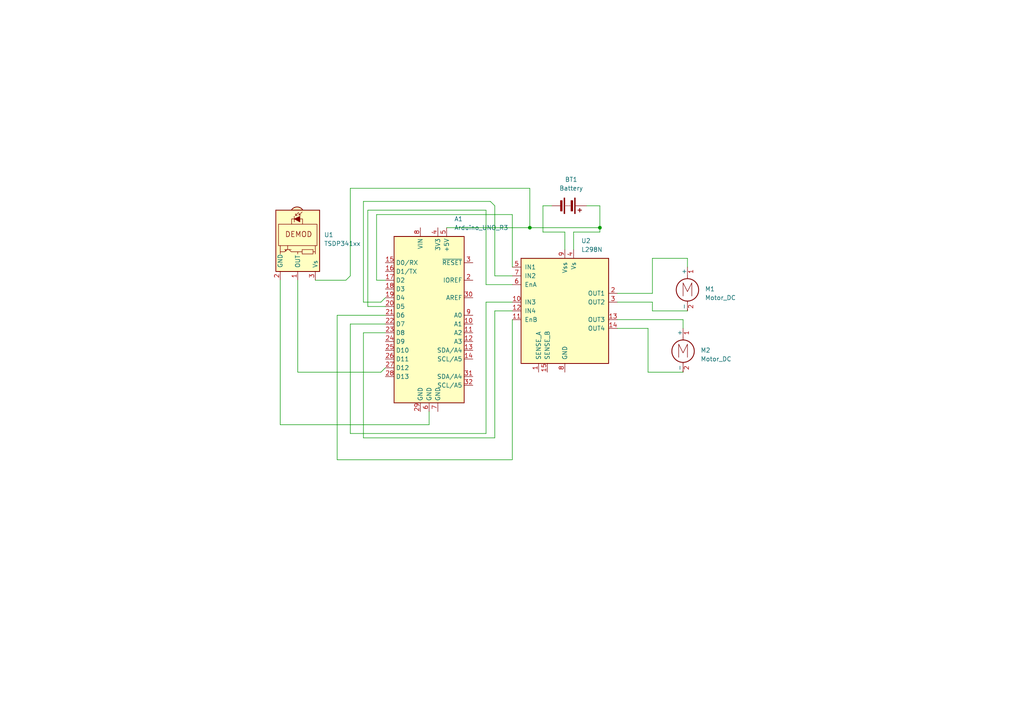
<source format=kicad_sch>
(kicad_sch
	(version 20231120)
	(generator "eeschema")
	(generator_version "8.0")
	(uuid "961c1024-bbbc-4ce5-8981-b411bb9bfe33")
	(paper "A4")
	(lib_symbols
		(symbol "Device:Battery"
			(pin_numbers hide)
			(pin_names
				(offset 0) hide)
			(exclude_from_sim no)
			(in_bom yes)
			(on_board yes)
			(property "Reference" "BT"
				(at 2.54 2.54 0)
				(effects
					(font
						(size 1.27 1.27)
					)
					(justify left)
				)
			)
			(property "Value" "Battery"
				(at 2.54 0 0)
				(effects
					(font
						(size 1.27 1.27)
					)
					(justify left)
				)
			)
			(property "Footprint" ""
				(at 0 1.524 90)
				(effects
					(font
						(size 1.27 1.27)
					)
					(hide yes)
				)
			)
			(property "Datasheet" "~"
				(at 0 1.524 90)
				(effects
					(font
						(size 1.27 1.27)
					)
					(hide yes)
				)
			)
			(property "Description" "Multiple-cell battery"
				(at 0 0 0)
				(effects
					(font
						(size 1.27 1.27)
					)
					(hide yes)
				)
			)
			(property "ki_keywords" "batt voltage-source cell"
				(at 0 0 0)
				(effects
					(font
						(size 1.27 1.27)
					)
					(hide yes)
				)
			)
			(symbol "Battery_0_1"
				(rectangle
					(start -2.286 -1.27)
					(end 2.286 -1.524)
					(stroke
						(width 0)
						(type default)
					)
					(fill
						(type outline)
					)
				)
				(rectangle
					(start -2.286 1.778)
					(end 2.286 1.524)
					(stroke
						(width 0)
						(type default)
					)
					(fill
						(type outline)
					)
				)
				(rectangle
					(start -1.524 -2.032)
					(end 1.524 -2.54)
					(stroke
						(width 0)
						(type default)
					)
					(fill
						(type outline)
					)
				)
				(rectangle
					(start -1.524 1.016)
					(end 1.524 0.508)
					(stroke
						(width 0)
						(type default)
					)
					(fill
						(type outline)
					)
				)
				(polyline
					(pts
						(xy 0 -1.016) (xy 0 -0.762)
					)
					(stroke
						(width 0)
						(type default)
					)
					(fill
						(type none)
					)
				)
				(polyline
					(pts
						(xy 0 -0.508) (xy 0 -0.254)
					)
					(stroke
						(width 0)
						(type default)
					)
					(fill
						(type none)
					)
				)
				(polyline
					(pts
						(xy 0 0) (xy 0 0.254)
					)
					(stroke
						(width 0)
						(type default)
					)
					(fill
						(type none)
					)
				)
				(polyline
					(pts
						(xy 0 1.778) (xy 0 2.54)
					)
					(stroke
						(width 0)
						(type default)
					)
					(fill
						(type none)
					)
				)
				(polyline
					(pts
						(xy 0.762 3.048) (xy 1.778 3.048)
					)
					(stroke
						(width 0.254)
						(type default)
					)
					(fill
						(type none)
					)
				)
				(polyline
					(pts
						(xy 1.27 3.556) (xy 1.27 2.54)
					)
					(stroke
						(width 0.254)
						(type default)
					)
					(fill
						(type none)
					)
				)
			)
			(symbol "Battery_1_1"
				(pin passive line
					(at 0 5.08 270)
					(length 2.54)
					(name "+"
						(effects
							(font
								(size 1.27 1.27)
							)
						)
					)
					(number "1"
						(effects
							(font
								(size 1.27 1.27)
							)
						)
					)
				)
				(pin passive line
					(at 0 -5.08 90)
					(length 2.54)
					(name "-"
						(effects
							(font
								(size 1.27 1.27)
							)
						)
					)
					(number "2"
						(effects
							(font
								(size 1.27 1.27)
							)
						)
					)
				)
			)
		)
		(symbol "Driver_Motor:L298N"
			(pin_names
				(offset 1.016)
			)
			(exclude_from_sim no)
			(in_bom yes)
			(on_board yes)
			(property "Reference" "U"
				(at -10.16 16.51 0)
				(effects
					(font
						(size 1.27 1.27)
					)
					(justify right)
				)
			)
			(property "Value" "L298N"
				(at 12.7 16.51 0)
				(effects
					(font
						(size 1.27 1.27)
					)
					(justify right)
				)
			)
			(property "Footprint" "Package_TO_SOT_THT:TO-220-15_P2.54x2.54mm_StaggerOdd_Lead4.58mm_Vertical"
				(at 1.27 -16.51 0)
				(effects
					(font
						(size 1.27 1.27)
					)
					(justify left)
					(hide yes)
				)
			)
			(property "Datasheet" "http://www.st.com/st-web-ui/static/active/en/resource/technical/document/datasheet/CD00000240.pdf"
				(at 3.81 6.35 0)
				(effects
					(font
						(size 1.27 1.27)
					)
					(hide yes)
				)
			)
			(property "Description" "Dual full bridge motor driver, up to 46V, 4A, Multiwatt15-V"
				(at 0 0 0)
				(effects
					(font
						(size 1.27 1.27)
					)
					(hide yes)
				)
			)
			(property "ki_keywords" "H-bridge motor driver"
				(at 0 0 0)
				(effects
					(font
						(size 1.27 1.27)
					)
					(hide yes)
				)
			)
			(property "ki_fp_filters" "TO?220*StaggerOdd*Vertical*"
				(at 0 0 0)
				(effects
					(font
						(size 1.27 1.27)
					)
					(hide yes)
				)
			)
			(symbol "L298N_0_1"
				(rectangle
					(start -12.7 15.24)
					(end 12.7 -15.24)
					(stroke
						(width 0.254)
						(type default)
					)
					(fill
						(type background)
					)
				)
			)
			(symbol "L298N_1_1"
				(pin power_in line
					(at -7.62 -17.78 90)
					(length 2.54)
					(name "SENSE_A"
						(effects
							(font
								(size 1.27 1.27)
							)
						)
					)
					(number "1"
						(effects
							(font
								(size 1.27 1.27)
							)
						)
					)
				)
				(pin input line
					(at -15.24 2.54 0)
					(length 2.54)
					(name "IN3"
						(effects
							(font
								(size 1.27 1.27)
							)
						)
					)
					(number "10"
						(effects
							(font
								(size 1.27 1.27)
							)
						)
					)
				)
				(pin input line
					(at -15.24 -2.54 0)
					(length 2.54)
					(name "EnB"
						(effects
							(font
								(size 1.27 1.27)
							)
						)
					)
					(number "11"
						(effects
							(font
								(size 1.27 1.27)
							)
						)
					)
				)
				(pin input line
					(at -15.24 0 0)
					(length 2.54)
					(name "IN4"
						(effects
							(font
								(size 1.27 1.27)
							)
						)
					)
					(number "12"
						(effects
							(font
								(size 1.27 1.27)
							)
						)
					)
				)
				(pin output line
					(at 15.24 -2.54 180)
					(length 2.54)
					(name "OUT3"
						(effects
							(font
								(size 1.27 1.27)
							)
						)
					)
					(number "13"
						(effects
							(font
								(size 1.27 1.27)
							)
						)
					)
				)
				(pin output line
					(at 15.24 -5.08 180)
					(length 2.54)
					(name "OUT4"
						(effects
							(font
								(size 1.27 1.27)
							)
						)
					)
					(number "14"
						(effects
							(font
								(size 1.27 1.27)
							)
						)
					)
				)
				(pin power_in line
					(at -5.08 -17.78 90)
					(length 2.54)
					(name "SENSE_B"
						(effects
							(font
								(size 1.27 1.27)
							)
						)
					)
					(number "15"
						(effects
							(font
								(size 1.27 1.27)
							)
						)
					)
				)
				(pin output line
					(at 15.24 5.08 180)
					(length 2.54)
					(name "OUT1"
						(effects
							(font
								(size 1.27 1.27)
							)
						)
					)
					(number "2"
						(effects
							(font
								(size 1.27 1.27)
							)
						)
					)
				)
				(pin output line
					(at 15.24 2.54 180)
					(length 2.54)
					(name "OUT2"
						(effects
							(font
								(size 1.27 1.27)
							)
						)
					)
					(number "3"
						(effects
							(font
								(size 1.27 1.27)
							)
						)
					)
				)
				(pin power_in line
					(at 2.54 17.78 270)
					(length 2.54)
					(name "Vs"
						(effects
							(font
								(size 1.27 1.27)
							)
						)
					)
					(number "4"
						(effects
							(font
								(size 1.27 1.27)
							)
						)
					)
				)
				(pin input line
					(at -15.24 12.7 0)
					(length 2.54)
					(name "IN1"
						(effects
							(font
								(size 1.27 1.27)
							)
						)
					)
					(number "5"
						(effects
							(font
								(size 1.27 1.27)
							)
						)
					)
				)
				(pin input line
					(at -15.24 7.62 0)
					(length 2.54)
					(name "EnA"
						(effects
							(font
								(size 1.27 1.27)
							)
						)
					)
					(number "6"
						(effects
							(font
								(size 1.27 1.27)
							)
						)
					)
				)
				(pin input line
					(at -15.24 10.16 0)
					(length 2.54)
					(name "IN2"
						(effects
							(font
								(size 1.27 1.27)
							)
						)
					)
					(number "7"
						(effects
							(font
								(size 1.27 1.27)
							)
						)
					)
				)
				(pin power_in line
					(at 0 -17.78 90)
					(length 2.54)
					(name "GND"
						(effects
							(font
								(size 1.27 1.27)
							)
						)
					)
					(number "8"
						(effects
							(font
								(size 1.27 1.27)
							)
						)
					)
				)
				(pin power_in line
					(at 0 17.78 270)
					(length 2.54)
					(name "Vss"
						(effects
							(font
								(size 1.27 1.27)
							)
						)
					)
					(number "9"
						(effects
							(font
								(size 1.27 1.27)
							)
						)
					)
				)
			)
		)
		(symbol "Interface_Optical:TSDP341xx"
			(pin_names
				(offset 1.016)
			)
			(exclude_from_sim no)
			(in_bom yes)
			(on_board yes)
			(property "Reference" "U"
				(at -10.16 7.62 0)
				(effects
					(font
						(size 1.27 1.27)
					)
					(justify left)
				)
			)
			(property "Value" "TSDP341xx"
				(at -10.16 -7.62 0)
				(effects
					(font
						(size 1.27 1.27)
					)
					(justify left)
				)
			)
			(property "Footprint" "OptoDevice:Vishay_MOLD-3Pin"
				(at -1.27 -9.525 0)
				(effects
					(font
						(size 1.27 1.27)
					)
					(hide yes)
				)
			)
			(property "Datasheet" "http://www.vishay.com/docs/82667/tsdp341.pdf"
				(at 16.51 7.62 0)
				(effects
					(font
						(size 1.27 1.27)
					)
					(hide yes)
				)
			)
			(property "Description" "IR Receiver Modules for Data Transmission"
				(at 0 0 0)
				(effects
					(font
						(size 1.27 1.27)
					)
					(hide yes)
				)
			)
			(property "ki_keywords" "opto IR receiver"
				(at 0 0 0)
				(effects
					(font
						(size 1.27 1.27)
					)
					(hide yes)
				)
			)
			(property "ki_fp_filters" "Vishay*MOLD*"
				(at 0 0 0)
				(effects
					(font
						(size 1.27 1.27)
					)
					(hide yes)
				)
			)
			(symbol "TSDP341xx_0_0"
				(arc
					(start -10.287 1.397)
					(mid -11.0899 -0.1852)
					(end -10.287 -1.778)
					(stroke
						(width 0.254)
						(type default)
					)
					(fill
						(type background)
					)
				)
				(polyline
					(pts
						(xy 1.905 -5.08) (xy 0.127 -5.08)
					)
					(stroke
						(width 0)
						(type default)
					)
					(fill
						(type none)
					)
				)
				(polyline
					(pts
						(xy 1.905 5.08) (xy 0.127 5.08)
					)
					(stroke
						(width 0)
						(type default)
					)
					(fill
						(type none)
					)
				)
				(text "DEMOD"
					(at -3.175 0.254 900)
					(effects
						(font
							(size 1.524 1.524)
						)
					)
				)
			)
			(symbol "TSDP341xx_0_1"
				(rectangle
					(start -6.096 5.588)
					(end 0.127 -5.588)
					(stroke
						(width 0)
						(type default)
					)
					(fill
						(type none)
					)
				)
				(polyline
					(pts
						(xy -8.763 0.381) (xy -9.652 1.27)
					)
					(stroke
						(width 0)
						(type default)
					)
					(fill
						(type none)
					)
				)
				(polyline
					(pts
						(xy -8.763 0.381) (xy -9.271 0.381)
					)
					(stroke
						(width 0)
						(type default)
					)
					(fill
						(type none)
					)
				)
				(polyline
					(pts
						(xy -8.763 0.381) (xy -8.763 0.889)
					)
					(stroke
						(width 0)
						(type default)
					)
					(fill
						(type none)
					)
				)
				(polyline
					(pts
						(xy -8.636 -0.635) (xy -9.525 0.254)
					)
					(stroke
						(width 0)
						(type default)
					)
					(fill
						(type none)
					)
				)
				(polyline
					(pts
						(xy -8.636 -0.635) (xy -9.144 -0.635)
					)
					(stroke
						(width 0)
						(type default)
					)
					(fill
						(type none)
					)
				)
				(polyline
					(pts
						(xy -8.636 -0.635) (xy -8.636 -0.127)
					)
					(stroke
						(width 0)
						(type default)
					)
					(fill
						(type none)
					)
				)
				(polyline
					(pts
						(xy -8.382 -1.016) (xy -6.731 -1.016)
					)
					(stroke
						(width 0)
						(type default)
					)
					(fill
						(type none)
					)
				)
				(polyline
					(pts
						(xy 1.27 -2.921) (xy 0.127 -2.921)
					)
					(stroke
						(width 0)
						(type default)
					)
					(fill
						(type none)
					)
				)
				(polyline
					(pts
						(xy 1.27 -1.905) (xy 1.27 -3.81)
					)
					(stroke
						(width 0)
						(type default)
					)
					(fill
						(type none)
					)
				)
				(polyline
					(pts
						(xy 1.397 -3.556) (xy 1.524 -3.556)
					)
					(stroke
						(width 0)
						(type default)
					)
					(fill
						(type none)
					)
				)
				(polyline
					(pts
						(xy 1.651 -3.556) (xy 1.524 -3.556)
					)
					(stroke
						(width 0)
						(type default)
					)
					(fill
						(type none)
					)
				)
				(polyline
					(pts
						(xy 1.651 -3.556) (xy 1.651 -3.302)
					)
					(stroke
						(width 0)
						(type default)
					)
					(fill
						(type none)
					)
				)
				(polyline
					(pts
						(xy 1.905 0) (xy 1.905 1.27)
					)
					(stroke
						(width 0)
						(type default)
					)
					(fill
						(type none)
					)
				)
				(polyline
					(pts
						(xy 1.905 4.445) (xy 1.905 5.08) (xy 2.54 5.08)
					)
					(stroke
						(width 0)
						(type default)
					)
					(fill
						(type none)
					)
				)
				(polyline
					(pts
						(xy -8.382 0.635) (xy -6.731 0.635) (xy -7.62 -1.016) (xy -8.382 0.635)
					)
					(stroke
						(width 0)
						(type default)
					)
					(fill
						(type outline)
					)
				)
				(polyline
					(pts
						(xy -6.096 1.397) (xy -7.62 1.397) (xy -7.62 -1.778) (xy -6.096 -1.778)
					)
					(stroke
						(width 0)
						(type default)
					)
					(fill
						(type none)
					)
				)
				(polyline
					(pts
						(xy 1.27 -3.175) (xy 1.905 -3.81) (xy 1.905 -5.08) (xy 2.54 -5.08)
					)
					(stroke
						(width 0)
						(type default)
					)
					(fill
						(type none)
					)
				)
				(polyline
					(pts
						(xy 1.27 -2.54) (xy 1.905 -1.905) (xy 1.905 0) (xy 2.54 0)
					)
					(stroke
						(width 0)
						(type default)
					)
					(fill
						(type none)
					)
				)
				(rectangle
					(start 2.54 1.27)
					(end 1.27 4.445)
					(stroke
						(width 0)
						(type default)
					)
					(fill
						(type none)
					)
				)
				(rectangle
					(start 7.62 6.35)
					(end -10.16 -6.35)
					(stroke
						(width 0.254)
						(type default)
					)
					(fill
						(type background)
					)
				)
			)
			(symbol "TSDP341xx_1_1"
				(pin output line
					(at 10.16 0 180)
					(length 2.54)
					(name "OUT"
						(effects
							(font
								(size 1.27 1.27)
							)
						)
					)
					(number "1"
						(effects
							(font
								(size 1.27 1.27)
							)
						)
					)
				)
				(pin power_in line
					(at 10.16 -5.08 180)
					(length 2.54)
					(name "GND"
						(effects
							(font
								(size 1.27 1.27)
							)
						)
					)
					(number "2"
						(effects
							(font
								(size 1.27 1.27)
							)
						)
					)
				)
				(pin power_in line
					(at 10.16 5.08 180)
					(length 2.54)
					(name "Vs"
						(effects
							(font
								(size 1.27 1.27)
							)
						)
					)
					(number "3"
						(effects
							(font
								(size 1.27 1.27)
							)
						)
					)
				)
			)
		)
		(symbol "MCU_Module:Arduino_UNO_R3"
			(exclude_from_sim no)
			(in_bom yes)
			(on_board yes)
			(property "Reference" "A"
				(at -10.16 23.495 0)
				(effects
					(font
						(size 1.27 1.27)
					)
					(justify left bottom)
				)
			)
			(property "Value" "Arduino_UNO_R3"
				(at 5.08 -26.67 0)
				(effects
					(font
						(size 1.27 1.27)
					)
					(justify left top)
				)
			)
			(property "Footprint" "Module:Arduino_UNO_R3"
				(at 0 0 0)
				(effects
					(font
						(size 1.27 1.27)
						(italic yes)
					)
					(hide yes)
				)
			)
			(property "Datasheet" "https://www.arduino.cc/en/Main/arduinoBoardUno"
				(at 0 0 0)
				(effects
					(font
						(size 1.27 1.27)
					)
					(hide yes)
				)
			)
			(property "Description" "Arduino UNO Microcontroller Module, release 3"
				(at 0 0 0)
				(effects
					(font
						(size 1.27 1.27)
					)
					(hide yes)
				)
			)
			(property "ki_keywords" "Arduino UNO R3 Microcontroller Module Atmel AVR USB"
				(at 0 0 0)
				(effects
					(font
						(size 1.27 1.27)
					)
					(hide yes)
				)
			)
			(property "ki_fp_filters" "Arduino*UNO*R3*"
				(at 0 0 0)
				(effects
					(font
						(size 1.27 1.27)
					)
					(hide yes)
				)
			)
			(symbol "Arduino_UNO_R3_0_1"
				(rectangle
					(start -10.16 22.86)
					(end 10.16 -25.4)
					(stroke
						(width 0.254)
						(type default)
					)
					(fill
						(type background)
					)
				)
			)
			(symbol "Arduino_UNO_R3_1_1"
				(pin no_connect line
					(at -10.16 -20.32 0)
					(length 2.54) hide
					(name "NC"
						(effects
							(font
								(size 1.27 1.27)
							)
						)
					)
					(number "1"
						(effects
							(font
								(size 1.27 1.27)
							)
						)
					)
				)
				(pin bidirectional line
					(at 12.7 -2.54 180)
					(length 2.54)
					(name "A1"
						(effects
							(font
								(size 1.27 1.27)
							)
						)
					)
					(number "10"
						(effects
							(font
								(size 1.27 1.27)
							)
						)
					)
				)
				(pin bidirectional line
					(at 12.7 -5.08 180)
					(length 2.54)
					(name "A2"
						(effects
							(font
								(size 1.27 1.27)
							)
						)
					)
					(number "11"
						(effects
							(font
								(size 1.27 1.27)
							)
						)
					)
				)
				(pin bidirectional line
					(at 12.7 -7.62 180)
					(length 2.54)
					(name "A3"
						(effects
							(font
								(size 1.27 1.27)
							)
						)
					)
					(number "12"
						(effects
							(font
								(size 1.27 1.27)
							)
						)
					)
				)
				(pin bidirectional line
					(at 12.7 -10.16 180)
					(length 2.54)
					(name "SDA/A4"
						(effects
							(font
								(size 1.27 1.27)
							)
						)
					)
					(number "13"
						(effects
							(font
								(size 1.27 1.27)
							)
						)
					)
				)
				(pin bidirectional line
					(at 12.7 -12.7 180)
					(length 2.54)
					(name "SCL/A5"
						(effects
							(font
								(size 1.27 1.27)
							)
						)
					)
					(number "14"
						(effects
							(font
								(size 1.27 1.27)
							)
						)
					)
				)
				(pin bidirectional line
					(at -12.7 15.24 0)
					(length 2.54)
					(name "D0/RX"
						(effects
							(font
								(size 1.27 1.27)
							)
						)
					)
					(number "15"
						(effects
							(font
								(size 1.27 1.27)
							)
						)
					)
				)
				(pin bidirectional line
					(at -12.7 12.7 0)
					(length 2.54)
					(name "D1/TX"
						(effects
							(font
								(size 1.27 1.27)
							)
						)
					)
					(number "16"
						(effects
							(font
								(size 1.27 1.27)
							)
						)
					)
				)
				(pin bidirectional line
					(at -12.7 10.16 0)
					(length 2.54)
					(name "D2"
						(effects
							(font
								(size 1.27 1.27)
							)
						)
					)
					(number "17"
						(effects
							(font
								(size 1.27 1.27)
							)
						)
					)
				)
				(pin bidirectional line
					(at -12.7 7.62 0)
					(length 2.54)
					(name "D3"
						(effects
							(font
								(size 1.27 1.27)
							)
						)
					)
					(number "18"
						(effects
							(font
								(size 1.27 1.27)
							)
						)
					)
				)
				(pin bidirectional line
					(at -12.7 5.08 0)
					(length 2.54)
					(name "D4"
						(effects
							(font
								(size 1.27 1.27)
							)
						)
					)
					(number "19"
						(effects
							(font
								(size 1.27 1.27)
							)
						)
					)
				)
				(pin output line
					(at 12.7 10.16 180)
					(length 2.54)
					(name "IOREF"
						(effects
							(font
								(size 1.27 1.27)
							)
						)
					)
					(number "2"
						(effects
							(font
								(size 1.27 1.27)
							)
						)
					)
				)
				(pin bidirectional line
					(at -12.7 2.54 0)
					(length 2.54)
					(name "D5"
						(effects
							(font
								(size 1.27 1.27)
							)
						)
					)
					(number "20"
						(effects
							(font
								(size 1.27 1.27)
							)
						)
					)
				)
				(pin bidirectional line
					(at -12.7 0 0)
					(length 2.54)
					(name "D6"
						(effects
							(font
								(size 1.27 1.27)
							)
						)
					)
					(number "21"
						(effects
							(font
								(size 1.27 1.27)
							)
						)
					)
				)
				(pin bidirectional line
					(at -12.7 -2.54 0)
					(length 2.54)
					(name "D7"
						(effects
							(font
								(size 1.27 1.27)
							)
						)
					)
					(number "22"
						(effects
							(font
								(size 1.27 1.27)
							)
						)
					)
				)
				(pin bidirectional line
					(at -12.7 -5.08 0)
					(length 2.54)
					(name "D8"
						(effects
							(font
								(size 1.27 1.27)
							)
						)
					)
					(number "23"
						(effects
							(font
								(size 1.27 1.27)
							)
						)
					)
				)
				(pin bidirectional line
					(at -12.7 -7.62 0)
					(length 2.54)
					(name "D9"
						(effects
							(font
								(size 1.27 1.27)
							)
						)
					)
					(number "24"
						(effects
							(font
								(size 1.27 1.27)
							)
						)
					)
				)
				(pin bidirectional line
					(at -12.7 -10.16 0)
					(length 2.54)
					(name "D10"
						(effects
							(font
								(size 1.27 1.27)
							)
						)
					)
					(number "25"
						(effects
							(font
								(size 1.27 1.27)
							)
						)
					)
				)
				(pin bidirectional line
					(at -12.7 -12.7 0)
					(length 2.54)
					(name "D11"
						(effects
							(font
								(size 1.27 1.27)
							)
						)
					)
					(number "26"
						(effects
							(font
								(size 1.27 1.27)
							)
						)
					)
				)
				(pin bidirectional line
					(at -12.7 -15.24 0)
					(length 2.54)
					(name "D12"
						(effects
							(font
								(size 1.27 1.27)
							)
						)
					)
					(number "27"
						(effects
							(font
								(size 1.27 1.27)
							)
						)
					)
				)
				(pin bidirectional line
					(at -12.7 -17.78 0)
					(length 2.54)
					(name "D13"
						(effects
							(font
								(size 1.27 1.27)
							)
						)
					)
					(number "28"
						(effects
							(font
								(size 1.27 1.27)
							)
						)
					)
				)
				(pin power_in line
					(at -2.54 -27.94 90)
					(length 2.54)
					(name "GND"
						(effects
							(font
								(size 1.27 1.27)
							)
						)
					)
					(number "29"
						(effects
							(font
								(size 1.27 1.27)
							)
						)
					)
				)
				(pin input line
					(at 12.7 15.24 180)
					(length 2.54)
					(name "~{RESET}"
						(effects
							(font
								(size 1.27 1.27)
							)
						)
					)
					(number "3"
						(effects
							(font
								(size 1.27 1.27)
							)
						)
					)
				)
				(pin input line
					(at 12.7 5.08 180)
					(length 2.54)
					(name "AREF"
						(effects
							(font
								(size 1.27 1.27)
							)
						)
					)
					(number "30"
						(effects
							(font
								(size 1.27 1.27)
							)
						)
					)
				)
				(pin bidirectional line
					(at 12.7 -17.78 180)
					(length 2.54)
					(name "SDA/A4"
						(effects
							(font
								(size 1.27 1.27)
							)
						)
					)
					(number "31"
						(effects
							(font
								(size 1.27 1.27)
							)
						)
					)
				)
				(pin bidirectional line
					(at 12.7 -20.32 180)
					(length 2.54)
					(name "SCL/A5"
						(effects
							(font
								(size 1.27 1.27)
							)
						)
					)
					(number "32"
						(effects
							(font
								(size 1.27 1.27)
							)
						)
					)
				)
				(pin power_out line
					(at 2.54 25.4 270)
					(length 2.54)
					(name "3V3"
						(effects
							(font
								(size 1.27 1.27)
							)
						)
					)
					(number "4"
						(effects
							(font
								(size 1.27 1.27)
							)
						)
					)
				)
				(pin power_out line
					(at 5.08 25.4 270)
					(length 2.54)
					(name "+5V"
						(effects
							(font
								(size 1.27 1.27)
							)
						)
					)
					(number "5"
						(effects
							(font
								(size 1.27 1.27)
							)
						)
					)
				)
				(pin power_in line
					(at 0 -27.94 90)
					(length 2.54)
					(name "GND"
						(effects
							(font
								(size 1.27 1.27)
							)
						)
					)
					(number "6"
						(effects
							(font
								(size 1.27 1.27)
							)
						)
					)
				)
				(pin power_in line
					(at 2.54 -27.94 90)
					(length 2.54)
					(name "GND"
						(effects
							(font
								(size 1.27 1.27)
							)
						)
					)
					(number "7"
						(effects
							(font
								(size 1.27 1.27)
							)
						)
					)
				)
				(pin power_in line
					(at -2.54 25.4 270)
					(length 2.54)
					(name "VIN"
						(effects
							(font
								(size 1.27 1.27)
							)
						)
					)
					(number "8"
						(effects
							(font
								(size 1.27 1.27)
							)
						)
					)
				)
				(pin bidirectional line
					(at 12.7 0 180)
					(length 2.54)
					(name "A0"
						(effects
							(font
								(size 1.27 1.27)
							)
						)
					)
					(number "9"
						(effects
							(font
								(size 1.27 1.27)
							)
						)
					)
				)
			)
		)
		(symbol "Motor:Motor_DC"
			(pin_names
				(offset 0)
			)
			(exclude_from_sim no)
			(in_bom yes)
			(on_board yes)
			(property "Reference" "M"
				(at 2.54 2.54 0)
				(effects
					(font
						(size 1.27 1.27)
					)
					(justify left)
				)
			)
			(property "Value" "Motor_DC"
				(at 2.54 -5.08 0)
				(effects
					(font
						(size 1.27 1.27)
					)
					(justify left top)
				)
			)
			(property "Footprint" ""
				(at 0 -2.286 0)
				(effects
					(font
						(size 1.27 1.27)
					)
					(hide yes)
				)
			)
			(property "Datasheet" "~"
				(at 0 -2.286 0)
				(effects
					(font
						(size 1.27 1.27)
					)
					(hide yes)
				)
			)
			(property "Description" "DC Motor"
				(at 0 0 0)
				(effects
					(font
						(size 1.27 1.27)
					)
					(hide yes)
				)
			)
			(property "ki_keywords" "DC Motor"
				(at 0 0 0)
				(effects
					(font
						(size 1.27 1.27)
					)
					(hide yes)
				)
			)
			(property "ki_fp_filters" "PinHeader*P2.54mm* TerminalBlock*"
				(at 0 0 0)
				(effects
					(font
						(size 1.27 1.27)
					)
					(hide yes)
				)
			)
			(symbol "Motor_DC_0_0"
				(polyline
					(pts
						(xy -1.27 -3.302) (xy -1.27 0.508) (xy 0 -2.032) (xy 1.27 0.508) (xy 1.27 -3.302)
					)
					(stroke
						(width 0)
						(type default)
					)
					(fill
						(type none)
					)
				)
			)
			(symbol "Motor_DC_0_1"
				(circle
					(center 0 -1.524)
					(radius 3.2512)
					(stroke
						(width 0.254)
						(type default)
					)
					(fill
						(type none)
					)
				)
				(polyline
					(pts
						(xy 0 -7.62) (xy 0 -7.112)
					)
					(stroke
						(width 0)
						(type default)
					)
					(fill
						(type none)
					)
				)
				(polyline
					(pts
						(xy 0 -4.7752) (xy 0 -5.1816)
					)
					(stroke
						(width 0)
						(type default)
					)
					(fill
						(type none)
					)
				)
				(polyline
					(pts
						(xy 0 1.7272) (xy 0 2.0828)
					)
					(stroke
						(width 0)
						(type default)
					)
					(fill
						(type none)
					)
				)
				(polyline
					(pts
						(xy 0 2.032) (xy 0 2.54)
					)
					(stroke
						(width 0)
						(type default)
					)
					(fill
						(type none)
					)
				)
			)
			(symbol "Motor_DC_1_1"
				(pin passive line
					(at 0 5.08 270)
					(length 2.54)
					(name "+"
						(effects
							(font
								(size 1.27 1.27)
							)
						)
					)
					(number "1"
						(effects
							(font
								(size 1.27 1.27)
							)
						)
					)
				)
				(pin passive line
					(at 0 -7.62 90)
					(length 2.54)
					(name "-"
						(effects
							(font
								(size 1.27 1.27)
							)
						)
					)
					(number "2"
						(effects
							(font
								(size 1.27 1.27)
							)
						)
					)
				)
			)
		)
	)
	(junction
		(at 173.99 66.04)
		(diameter 0)
		(color 0 0 0 0)
		(uuid "76bc93ec-e2de-4871-bc41-736497e8234a")
	)
	(junction
		(at 153.67 66.04)
		(diameter 0)
		(color 0 0 0 0)
		(uuid "987ddc24-4fdb-4b5c-90a5-16dfef662dbd")
	)
	(wire
		(pts
			(xy 189.23 90.17) (xy 199.39 90.17)
		)
		(stroke
			(width 0)
			(type default)
		)
		(uuid "00b1d771-11ae-4c73-b64b-e9b2dd7cfdb7")
	)
	(wire
		(pts
			(xy 109.22 62.23) (xy 148.59 62.23)
		)
		(stroke
			(width 0)
			(type default)
		)
		(uuid "01f04287-6e15-4da6-8701-0ca582cf5f0d")
	)
	(wire
		(pts
			(xy 91.44 81.28) (xy 100.33 81.28)
		)
		(stroke
			(width 0)
			(type default)
		)
		(uuid "03b24f27-cfa5-42ef-9aff-825a675330a1")
	)
	(wire
		(pts
			(xy 105.41 87.63) (xy 110.49 87.63)
		)
		(stroke
			(width 0)
			(type default)
		)
		(uuid "05a5fc8d-cc2e-441b-9c77-f18639c52547")
	)
	(wire
		(pts
			(xy 110.49 107.95) (xy 111.76 106.68)
		)
		(stroke
			(width 0)
			(type default)
		)
		(uuid "0757b0c0-aac1-4fec-ba6b-84a2771d1c4b")
	)
	(wire
		(pts
			(xy 157.48 59.69) (xy 160.02 59.69)
		)
		(stroke
			(width 0)
			(type default)
		)
		(uuid "0a0f3365-a147-4afd-bbfa-0c2347ea0411")
	)
	(wire
		(pts
			(xy 109.22 81.28) (xy 111.76 81.28)
		)
		(stroke
			(width 0)
			(type default)
		)
		(uuid "0c40eab0-e6e5-4ac2-ac89-907f108619a4")
	)
	(wire
		(pts
			(xy 105.41 96.52) (xy 105.41 127)
		)
		(stroke
			(width 0)
			(type default)
		)
		(uuid "0f7358dc-f503-4993-be96-98095763afa5")
	)
	(wire
		(pts
			(xy 143.51 59.69) (xy 142.24 58.42)
		)
		(stroke
			(width 0)
			(type default)
		)
		(uuid "11b9e978-1558-44ff-b688-3e86e534a2c9")
	)
	(wire
		(pts
			(xy 110.49 87.63) (xy 111.76 86.36)
		)
		(stroke
			(width 0)
			(type default)
		)
		(uuid "132fc1d0-acec-4a14-a6c7-2c5d6b01c809")
	)
	(wire
		(pts
			(xy 86.36 81.28) (xy 86.36 107.95)
		)
		(stroke
			(width 0)
			(type default)
		)
		(uuid "16bd2642-0b77-4d95-83e3-4c5030d99e25")
	)
	(wire
		(pts
			(xy 153.67 66.04) (xy 173.99 66.04)
		)
		(stroke
			(width 0)
			(type default)
		)
		(uuid "1c1073bd-9f19-4084-8479-a533c3ff2b78")
	)
	(wire
		(pts
			(xy 105.41 127) (xy 143.51 127)
		)
		(stroke
			(width 0)
			(type default)
		)
		(uuid "2423674b-1166-46fd-87e6-92a183fc036b")
	)
	(wire
		(pts
			(xy 140.97 82.55) (xy 148.59 82.55)
		)
		(stroke
			(width 0)
			(type default)
		)
		(uuid "31a0603f-4860-42ae-8082-b484caa45589")
	)
	(wire
		(pts
			(xy 187.96 107.95) (xy 198.12 107.95)
		)
		(stroke
			(width 0)
			(type default)
		)
		(uuid "39253f80-827b-4ef3-a314-1b76692ae5ef")
	)
	(wire
		(pts
			(xy 143.51 80.01) (xy 148.59 80.01)
		)
		(stroke
			(width 0)
			(type default)
		)
		(uuid "3befaeea-d585-4784-8e38-8ecb80ecb368")
	)
	(wire
		(pts
			(xy 101.6 54.61) (xy 101.6 80.01)
		)
		(stroke
			(width 0)
			(type default)
		)
		(uuid "3cd5bf7b-0322-41f8-8b5b-ee1564802812")
	)
	(wire
		(pts
			(xy 140.97 87.63) (xy 148.59 87.63)
		)
		(stroke
			(width 0)
			(type default)
		)
		(uuid "4a507591-0b3a-4d83-a1ba-a63104d8e9db")
	)
	(wire
		(pts
			(xy 173.99 66.04) (xy 173.99 67.31)
		)
		(stroke
			(width 0)
			(type default)
		)
		(uuid "4f1606c2-f3bd-4b27-8dea-7672860d8598")
	)
	(wire
		(pts
			(xy 199.39 74.93) (xy 199.39 77.47)
		)
		(stroke
			(width 0)
			(type default)
		)
		(uuid "5179dd50-915a-4253-bb3d-2648ddc1aee5")
	)
	(wire
		(pts
			(xy 140.97 60.96) (xy 140.97 82.55)
		)
		(stroke
			(width 0)
			(type default)
		)
		(uuid "52b8c62c-42fd-4be5-b4cb-a389afc4fb89")
	)
	(wire
		(pts
			(xy 153.67 54.61) (xy 153.67 66.04)
		)
		(stroke
			(width 0)
			(type default)
		)
		(uuid "532005f5-1486-4e38-97e7-8bb4b7a1d3cc")
	)
	(wire
		(pts
			(xy 81.28 81.28) (xy 81.28 123.19)
		)
		(stroke
			(width 0)
			(type default)
		)
		(uuid "573f0ce7-aedc-45a4-ad9a-6db53f1f3a04")
	)
	(wire
		(pts
			(xy 179.07 92.71) (xy 198.12 92.71)
		)
		(stroke
			(width 0)
			(type default)
		)
		(uuid "5981a28a-516b-43a9-bb07-a86db7e54d6d")
	)
	(wire
		(pts
			(xy 148.59 62.23) (xy 148.59 77.47)
		)
		(stroke
			(width 0)
			(type default)
		)
		(uuid "5c1aa660-c718-4f7c-801a-6bce71e6a807")
	)
	(wire
		(pts
			(xy 166.37 67.31) (xy 173.99 67.31)
		)
		(stroke
			(width 0)
			(type default)
		)
		(uuid "5e1bc0c1-d3cf-44bd-a6ad-21ce175ed647")
	)
	(wire
		(pts
			(xy 86.36 107.95) (xy 110.49 107.95)
		)
		(stroke
			(width 0)
			(type default)
		)
		(uuid "5e5f6bf5-7d87-4ee1-b641-dccd63fb6b51")
	)
	(wire
		(pts
			(xy 106.68 88.9) (xy 111.76 88.9)
		)
		(stroke
			(width 0)
			(type default)
		)
		(uuid "61e39f06-ea13-4459-ac31-f4bbd6d8ff05")
	)
	(wire
		(pts
			(xy 129.54 66.04) (xy 153.67 66.04)
		)
		(stroke
			(width 0)
			(type default)
		)
		(uuid "6487c0b1-c335-4327-8c95-e7e3bb23c5fa")
	)
	(wire
		(pts
			(xy 143.51 90.17) (xy 143.51 127)
		)
		(stroke
			(width 0)
			(type default)
		)
		(uuid "64cab3e1-ffda-452a-80fb-f5ffad5c1082")
	)
	(wire
		(pts
			(xy 105.41 96.52) (xy 111.76 96.52)
		)
		(stroke
			(width 0)
			(type default)
		)
		(uuid "6803ff0a-acd3-4703-88f2-4a56178e844f")
	)
	(wire
		(pts
			(xy 163.83 67.31) (xy 163.83 72.39)
		)
		(stroke
			(width 0)
			(type default)
		)
		(uuid "6b18eb81-7e96-4334-a09f-ce2270ad60d5")
	)
	(wire
		(pts
			(xy 105.41 58.42) (xy 105.41 87.63)
		)
		(stroke
			(width 0)
			(type default)
		)
		(uuid "6da29c39-07a1-4fb0-92e8-2c299bbfbd29")
	)
	(wire
		(pts
			(xy 101.6 125.73) (xy 140.97 125.73)
		)
		(stroke
			(width 0)
			(type default)
		)
		(uuid "754cc747-a505-46f5-be93-955a0b62c517")
	)
	(wire
		(pts
			(xy 179.07 85.09) (xy 189.23 85.09)
		)
		(stroke
			(width 0)
			(type default)
		)
		(uuid "782d22bb-3614-4c4b-9c7a-92ddad1e5169")
	)
	(wire
		(pts
			(xy 97.79 91.44) (xy 111.76 91.44)
		)
		(stroke
			(width 0)
			(type default)
		)
		(uuid "79217816-3da6-495f-a027-865a9532e641")
	)
	(wire
		(pts
			(xy 187.96 95.25) (xy 187.96 107.95)
		)
		(stroke
			(width 0)
			(type default)
		)
		(uuid "7d011de1-938d-4a81-8fd2-96202607219d")
	)
	(wire
		(pts
			(xy 105.41 58.42) (xy 142.24 58.42)
		)
		(stroke
			(width 0)
			(type default)
		)
		(uuid "7d26e670-72c2-4f2d-ad0e-209d18687dda")
	)
	(wire
		(pts
			(xy 148.59 92.71) (xy 148.59 133.35)
		)
		(stroke
			(width 0)
			(type default)
		)
		(uuid "824b9919-8fe9-4aac-9892-11683231451c")
	)
	(wire
		(pts
			(xy 157.48 67.31) (xy 163.83 67.31)
		)
		(stroke
			(width 0)
			(type default)
		)
		(uuid "86399d89-8982-416a-a868-22dc66ddfe4b")
	)
	(wire
		(pts
			(xy 189.23 74.93) (xy 189.23 85.09)
		)
		(stroke
			(width 0)
			(type default)
		)
		(uuid "90c9cbbd-681c-4156-a6eb-3e4c0a36d1a1")
	)
	(wire
		(pts
			(xy 101.6 93.98) (xy 101.6 125.73)
		)
		(stroke
			(width 0)
			(type default)
		)
		(uuid "9342956d-9809-47ae-8ad4-d5eb8f3e57e7")
	)
	(wire
		(pts
			(xy 124.46 119.38) (xy 124.46 123.19)
		)
		(stroke
			(width 0)
			(type default)
		)
		(uuid "9f93e412-ae27-48c3-83da-93b69b069b6e")
	)
	(wire
		(pts
			(xy 157.48 59.69) (xy 157.48 67.31)
		)
		(stroke
			(width 0)
			(type default)
		)
		(uuid "a4d132ea-0277-4b87-b22e-a0105bbbf531")
	)
	(wire
		(pts
			(xy 173.99 59.69) (xy 173.99 66.04)
		)
		(stroke
			(width 0)
			(type default)
		)
		(uuid "a73cb060-8d49-4562-83eb-8403d36de436")
	)
	(wire
		(pts
			(xy 97.79 133.35) (xy 148.59 133.35)
		)
		(stroke
			(width 0)
			(type default)
		)
		(uuid "a7e88e8d-5952-4111-b2e6-451298341407")
	)
	(wire
		(pts
			(xy 101.6 54.61) (xy 153.67 54.61)
		)
		(stroke
			(width 0)
			(type default)
		)
		(uuid "b9181063-d4fa-4384-a86e-5a11dda58bae")
	)
	(wire
		(pts
			(xy 170.18 59.69) (xy 173.99 59.69)
		)
		(stroke
			(width 0)
			(type default)
		)
		(uuid "ba65aea5-7616-469f-a89b-84c6a317f5c5")
	)
	(wire
		(pts
			(xy 198.12 92.71) (xy 198.12 95.25)
		)
		(stroke
			(width 0)
			(type default)
		)
		(uuid "be9cc585-8613-47d8-819c-b532940caded")
	)
	(wire
		(pts
			(xy 166.37 67.31) (xy 166.37 72.39)
		)
		(stroke
			(width 0)
			(type default)
		)
		(uuid "c2ccb7c1-2efa-4f91-8380-2de8eec8509f")
	)
	(wire
		(pts
			(xy 189.23 87.63) (xy 189.23 90.17)
		)
		(stroke
			(width 0)
			(type default)
		)
		(uuid "c47cfbe9-e99f-4b3f-af48-0f621931d7de")
	)
	(wire
		(pts
			(xy 109.22 62.23) (xy 109.22 81.28)
		)
		(stroke
			(width 0)
			(type default)
		)
		(uuid "c9d8b42d-f824-430e-aec3-e5e67c9f2011")
	)
	(wire
		(pts
			(xy 143.51 80.01) (xy 143.51 59.69)
		)
		(stroke
			(width 0)
			(type default)
		)
		(uuid "cb6dff05-f05a-408f-b81f-62c718dd6bae")
	)
	(wire
		(pts
			(xy 106.68 60.96) (xy 106.68 88.9)
		)
		(stroke
			(width 0)
			(type default)
		)
		(uuid "d1bf2afc-ed48-4f1b-9b1d-035fcb3057e6")
	)
	(wire
		(pts
			(xy 179.07 95.25) (xy 187.96 95.25)
		)
		(stroke
			(width 0)
			(type default)
		)
		(uuid "d93694ea-2334-49dd-b9bb-bc4b3076172e")
	)
	(wire
		(pts
			(xy 143.51 90.17) (xy 148.59 90.17)
		)
		(stroke
			(width 0)
			(type default)
		)
		(uuid "dc50d8a5-97ed-454c-ad1f-aba3d509d8d9")
	)
	(wire
		(pts
			(xy 179.07 87.63) (xy 189.23 87.63)
		)
		(stroke
			(width 0)
			(type default)
		)
		(uuid "df9e6d5c-e79e-4c0b-9d00-712e81cb7ad0")
	)
	(wire
		(pts
			(xy 97.79 91.44) (xy 97.79 133.35)
		)
		(stroke
			(width 0)
			(type default)
		)
		(uuid "e0f46f9e-2b09-4c5f-a517-046340180879")
	)
	(wire
		(pts
			(xy 106.68 60.96) (xy 140.97 60.96)
		)
		(stroke
			(width 0)
			(type default)
		)
		(uuid "e6c3d73c-edfb-4242-968d-f96dcc48f6a6")
	)
	(wire
		(pts
			(xy 81.28 123.19) (xy 124.46 123.19)
		)
		(stroke
			(width 0)
			(type default)
		)
		(uuid "e731f0ee-22a6-432d-a07a-c0672dc21fd9")
	)
	(wire
		(pts
			(xy 101.6 93.98) (xy 111.76 93.98)
		)
		(stroke
			(width 0)
			(type default)
		)
		(uuid "f27d8ccd-45ee-48b6-8139-f2776c580741")
	)
	(wire
		(pts
			(xy 100.33 81.28) (xy 101.6 80.01)
		)
		(stroke
			(width 0)
			(type default)
		)
		(uuid "f305a4cd-72a6-4756-b267-756c8f86b1cc")
	)
	(wire
		(pts
			(xy 140.97 87.63) (xy 140.97 125.73)
		)
		(stroke
			(width 0)
			(type default)
		)
		(uuid "fa77759b-b930-440d-9c1a-8c087257398f")
	)
	(wire
		(pts
			(xy 189.23 74.93) (xy 199.39 74.93)
		)
		(stroke
			(width 0)
			(type default)
		)
		(uuid "fc6509de-3f13-4178-b317-b7d9dcfbd07a")
	)
	(symbol
		(lib_id "Motor:Motor_DC")
		(at 199.39 82.55 0)
		(unit 1)
		(exclude_from_sim no)
		(in_bom yes)
		(on_board yes)
		(dnp no)
		(fields_autoplaced yes)
		(uuid "0b86f47b-d146-4bb9-93e8-676fba388610")
		(property "Reference" "M1"
			(at 204.47 83.8199 0)
			(effects
				(font
					(size 1.27 1.27)
				)
				(justify left)
			)
		)
		(property "Value" "Motor_DC"
			(at 204.47 86.3599 0)
			(effects
				(font
					(size 1.27 1.27)
				)
				(justify left)
			)
		)
		(property "Footprint" ""
			(at 199.39 84.836 0)
			(effects
				(font
					(size 1.27 1.27)
				)
				(hide yes)
			)
		)
		(property "Datasheet" "~"
			(at 199.39 84.836 0)
			(effects
				(font
					(size 1.27 1.27)
				)
				(hide yes)
			)
		)
		(property "Description" "DC Motor"
			(at 199.39 82.55 0)
			(effects
				(font
					(size 1.27 1.27)
				)
				(hide yes)
			)
		)
		(pin "2"
			(uuid "f85c93ec-19da-4a39-943c-91c144387a19")
		)
		(pin "1"
			(uuid "f64ca8a6-5188-4b9e-87e9-986cb1875591")
		)
		(instances
			(project ""
				(path "/961c1024-bbbc-4ce5-8981-b411bb9bfe33"
					(reference "M1")
					(unit 1)
				)
			)
		)
	)
	(symbol
		(lib_id "Driver_Motor:L298N")
		(at 163.83 90.17 0)
		(unit 1)
		(exclude_from_sim no)
		(in_bom yes)
		(on_board yes)
		(dnp no)
		(fields_autoplaced yes)
		(uuid "0ff83d25-5834-448d-a684-ba114ae8873b")
		(property "Reference" "U2"
			(at 168.5641 69.85 0)
			(effects
				(font
					(size 1.27 1.27)
				)
				(justify left)
			)
		)
		(property "Value" "L298N"
			(at 168.5641 72.39 0)
			(effects
				(font
					(size 1.27 1.27)
				)
				(justify left)
			)
		)
		(property "Footprint" "Package_TO_SOT_THT:TO-220-15_P2.54x2.54mm_StaggerOdd_Lead4.58mm_Vertical"
			(at 165.1 106.68 0)
			(effects
				(font
					(size 1.27 1.27)
				)
				(justify left)
				(hide yes)
			)
		)
		(property "Datasheet" "http://www.st.com/st-web-ui/static/active/en/resource/technical/document/datasheet/CD00000240.pdf"
			(at 167.64 83.82 0)
			(effects
				(font
					(size 1.27 1.27)
				)
				(hide yes)
			)
		)
		(property "Description" "Dual full bridge motor driver, up to 46V, 4A, Multiwatt15-V"
			(at 163.83 90.17 0)
			(effects
				(font
					(size 1.27 1.27)
				)
				(hide yes)
			)
		)
		(pin "13"
			(uuid "13760db4-951d-4310-8741-896c199708b0")
		)
		(pin "11"
			(uuid "9af2e2c2-271f-47bb-83b7-a3cfa4bd7747")
		)
		(pin "12"
			(uuid "1f2200a3-2246-471d-b946-3199c77a2d7b")
		)
		(pin "4"
			(uuid "1b41da80-2301-4f9c-9b19-6b3a66eafd93")
		)
		(pin "6"
			(uuid "473c4e88-54d6-41ba-ab6f-ed6fa02017ac")
		)
		(pin "7"
			(uuid "c95e9255-943d-451a-9bfe-d7bb81cccc69")
		)
		(pin "9"
			(uuid "3d24d89d-78b9-47ff-89f3-960795e6b40d")
		)
		(pin "3"
			(uuid "ec7b4643-31fd-4b08-b3ab-a5660d20fbb4")
		)
		(pin "2"
			(uuid "0500a6c0-960a-4fdc-b12b-52582dac3e0a")
		)
		(pin "8"
			(uuid "b5434af5-1bba-4597-bdc3-cfe427752f9f")
		)
		(pin "1"
			(uuid "eddb6be5-66b5-4593-88c0-2a80b3aa23fa")
		)
		(pin "15"
			(uuid "ada79a3b-2590-488c-81ef-3d45b4328379")
		)
		(pin "14"
			(uuid "0b4bcb72-9c61-4e21-93cd-504240a3acf7")
		)
		(pin "5"
			(uuid "5fa5463a-7071-46e6-b5fb-f0d71a996a85")
		)
		(pin "10"
			(uuid "40e585f0-3b72-484a-b5c9-6515f51ea775")
		)
		(instances
			(project ""
				(path "/961c1024-bbbc-4ce5-8981-b411bb9bfe33"
					(reference "U2")
					(unit 1)
				)
			)
		)
	)
	(symbol
		(lib_id "Interface_Optical:TSDP341xx")
		(at 86.36 71.12 270)
		(unit 1)
		(exclude_from_sim no)
		(in_bom yes)
		(on_board yes)
		(dnp no)
		(fields_autoplaced yes)
		(uuid "1d5d7d1c-1cb7-4c5e-b4e9-57778f1d6620")
		(property "Reference" "U1"
			(at 93.98 68.1149 90)
			(effects
				(font
					(size 1.27 1.27)
				)
				(justify left)
			)
		)
		(property "Value" "TSDP341xx"
			(at 93.98 70.6549 90)
			(effects
				(font
					(size 1.27 1.27)
				)
				(justify left)
			)
		)
		(property "Footprint" "OptoDevice:Vishay_MOLD-3Pin"
			(at 76.835 69.85 0)
			(effects
				(font
					(size 1.27 1.27)
				)
				(hide yes)
			)
		)
		(property "Datasheet" "http://www.vishay.com/docs/82667/tsdp341.pdf"
			(at 93.98 87.63 0)
			(effects
				(font
					(size 1.27 1.27)
				)
				(hide yes)
			)
		)
		(property "Description" "IR Receiver Modules for Data Transmission"
			(at 86.36 71.12 0)
			(effects
				(font
					(size 1.27 1.27)
				)
				(hide yes)
			)
		)
		(pin "1"
			(uuid "fcc0f74c-7cbf-499f-aa5c-09d05bfaedd0")
		)
		(pin "3"
			(uuid "ea99d67d-9255-46a3-86aa-39a5018635df")
		)
		(pin "2"
			(uuid "1c5962b4-8421-4743-910a-8922b34991cd")
		)
		(instances
			(project ""
				(path "/961c1024-bbbc-4ce5-8981-b411bb9bfe33"
					(reference "U1")
					(unit 1)
				)
			)
		)
	)
	(symbol
		(lib_id "Motor:Motor_DC")
		(at 198.12 100.33 0)
		(unit 1)
		(exclude_from_sim no)
		(in_bom yes)
		(on_board yes)
		(dnp no)
		(fields_autoplaced yes)
		(uuid "2ce1de7a-886e-4f41-9f2c-4f6d9c4316c3")
		(property "Reference" "M2"
			(at 203.2 101.5999 0)
			(effects
				(font
					(size 1.27 1.27)
				)
				(justify left)
			)
		)
		(property "Value" "Motor_DC"
			(at 203.2 104.1399 0)
			(effects
				(font
					(size 1.27 1.27)
				)
				(justify left)
			)
		)
		(property "Footprint" ""
			(at 198.12 102.616 0)
			(effects
				(font
					(size 1.27 1.27)
				)
				(hide yes)
			)
		)
		(property "Datasheet" "~"
			(at 198.12 102.616 0)
			(effects
				(font
					(size 1.27 1.27)
				)
				(hide yes)
			)
		)
		(property "Description" "DC Motor"
			(at 198.12 100.33 0)
			(effects
				(font
					(size 1.27 1.27)
				)
				(hide yes)
			)
		)
		(pin "1"
			(uuid "50354381-4361-44c5-b47e-f610848be721")
		)
		(pin "2"
			(uuid "68886ec1-f68c-4475-bd65-7fa5fd500157")
		)
		(instances
			(project ""
				(path "/961c1024-bbbc-4ce5-8981-b411bb9bfe33"
					(reference "M2")
					(unit 1)
				)
			)
		)
	)
	(symbol
		(lib_id "MCU_Module:Arduino_UNO_R3")
		(at 124.46 91.44 0)
		(unit 1)
		(exclude_from_sim no)
		(in_bom yes)
		(on_board yes)
		(dnp no)
		(fields_autoplaced yes)
		(uuid "a6443ec7-3396-4a43-8b98-1724708b4030")
		(property "Reference" "A1"
			(at 131.7341 63.5 0)
			(effects
				(font
					(size 1.27 1.27)
				)
				(justify left)
			)
		)
		(property "Value" "Arduino_UNO_R3"
			(at 131.7341 66.04 0)
			(effects
				(font
					(size 1.27 1.27)
				)
				(justify left)
			)
		)
		(property "Footprint" "Module:Arduino_UNO_R3"
			(at 124.46 91.44 0)
			(effects
				(font
					(size 1.27 1.27)
					(italic yes)
				)
				(hide yes)
			)
		)
		(property "Datasheet" "https://www.arduino.cc/en/Main/arduinoBoardUno"
			(at 124.46 91.44 0)
			(effects
				(font
					(size 1.27 1.27)
				)
				(hide yes)
			)
		)
		(property "Description" "Arduino UNO Microcontroller Module, release 3"
			(at 124.46 91.44 0)
			(effects
				(font
					(size 1.27 1.27)
				)
				(hide yes)
			)
		)
		(pin "1"
			(uuid "36c558ac-a3a1-41f8-b62c-c5bf76ff6d23")
		)
		(pin "7"
			(uuid "08ebbf81-8e3d-4e38-8373-c2303c8d98fe")
		)
		(pin "28"
			(uuid "fab3f022-5cc5-4dff-8d71-bc3458e529c6")
		)
		(pin "29"
			(uuid "96cc45d5-7775-4147-8263-27cbf0130762")
		)
		(pin "31"
			(uuid "e93aaf70-a904-468c-92ed-89b9e04554e1")
		)
		(pin "12"
			(uuid "c5d01e6d-8aa9-4a1e-a22e-ba513361bb22")
		)
		(pin "20"
			(uuid "5e2b66c0-998e-487d-a8dd-a75357f580e6")
		)
		(pin "3"
			(uuid "631e195d-1d85-40e8-8b3c-95a63d59aabd")
		)
		(pin "24"
			(uuid "8e929e1a-d50b-48fb-bd60-873dc9b31edc")
		)
		(pin "27"
			(uuid "375b1fab-6750-4738-b694-c379643b1d6c")
		)
		(pin "30"
			(uuid "0d589438-3531-4435-85bb-42a95a5e92a6")
		)
		(pin "32"
			(uuid "1c43cc07-8129-49b0-9b71-6089812701e7")
		)
		(pin "15"
			(uuid "8933880b-b20c-44c5-b899-37c936810966")
		)
		(pin "19"
			(uuid "d7703be7-f9ab-48f3-a1d0-d651d62ce182")
		)
		(pin "17"
			(uuid "76559c57-6287-4775-bd3d-0d8a15d66e89")
		)
		(pin "2"
			(uuid "5bf4b6ea-7530-4837-9c76-9ee840da8c32")
		)
		(pin "14"
			(uuid "94f283b2-2a40-44e7-af6a-3efd109c32a2")
		)
		(pin "5"
			(uuid "b8073d31-de5f-454d-b5c5-2842ad95af4f")
		)
		(pin "8"
			(uuid "f134343a-567d-4c47-8b71-f216b947c6e9")
		)
		(pin "10"
			(uuid "392cc5c1-9c24-4f8b-bb80-fbaf1d39c1f8")
		)
		(pin "18"
			(uuid "c31267a3-34a9-44f0-8363-bc71a1200b90")
		)
		(pin "16"
			(uuid "2136666a-5f95-47e0-bbd9-c6ad48dbd76e")
		)
		(pin "23"
			(uuid "c754a7aa-8213-48b9-9275-6561f7220fc3")
		)
		(pin "13"
			(uuid "1d6b07f9-2c97-4714-9385-73ba51b4c372")
		)
		(pin "9"
			(uuid "92892e0a-b0ea-41e5-9571-5e1e1fd129d5")
		)
		(pin "4"
			(uuid "00241265-ebd6-42ec-82ba-15768fe7e29c")
		)
		(pin "21"
			(uuid "92584511-3e24-4fef-ba81-1ffdca4fd1e9")
		)
		(pin "11"
			(uuid "8cf13a12-b925-4080-b6e5-d3c374e59251")
		)
		(pin "26"
			(uuid "ebd02fe4-f3bb-4a54-839e-783657fe6034")
		)
		(pin "25"
			(uuid "d509cced-baae-4392-9bba-1fa0a2017b60")
		)
		(pin "22"
			(uuid "50b9c23f-5932-45a2-9208-fb307f55d17a")
		)
		(pin "6"
			(uuid "a45ea46a-3430-4465-8e5a-892321abc73d")
		)
		(instances
			(project ""
				(path "/961c1024-bbbc-4ce5-8981-b411bb9bfe33"
					(reference "A1")
					(unit 1)
				)
			)
		)
	)
	(symbol
		(lib_id "Device:Battery")
		(at 165.1 59.69 270)
		(unit 1)
		(exclude_from_sim no)
		(in_bom yes)
		(on_board yes)
		(dnp no)
		(fields_autoplaced yes)
		(uuid "d7a248f0-0a5e-4080-b14f-e90a4cbc2eca")
		(property "Reference" "BT1"
			(at 165.6715 52.07 90)
			(effects
				(font
					(size 1.27 1.27)
				)
			)
		)
		(property "Value" "Battery"
			(at 165.6715 54.61 90)
			(effects
				(font
					(size 1.27 1.27)
				)
			)
		)
		(property "Footprint" ""
			(at 166.624 59.69 90)
			(effects
				(font
					(size 1.27 1.27)
				)
				(hide yes)
			)
		)
		(property "Datasheet" "~"
			(at 166.624 59.69 90)
			(effects
				(font
					(size 1.27 1.27)
				)
				(hide yes)
			)
		)
		(property "Description" "Multiple-cell battery"
			(at 165.1 59.69 0)
			(effects
				(font
					(size 1.27 1.27)
				)
				(hide yes)
			)
		)
		(pin "1"
			(uuid "14238107-8b8f-4a20-ac35-1fca24b88212")
		)
		(pin "2"
			(uuid "875c2629-660c-47b6-a53a-6f2eb9caa8f0")
		)
		(instances
			(project ""
				(path "/961c1024-bbbc-4ce5-8981-b411bb9bfe33"
					(reference "BT1")
					(unit 1)
				)
			)
		)
	)
	(sheet_instances
		(path "/"
			(page "1")
		)
	)
)

</source>
